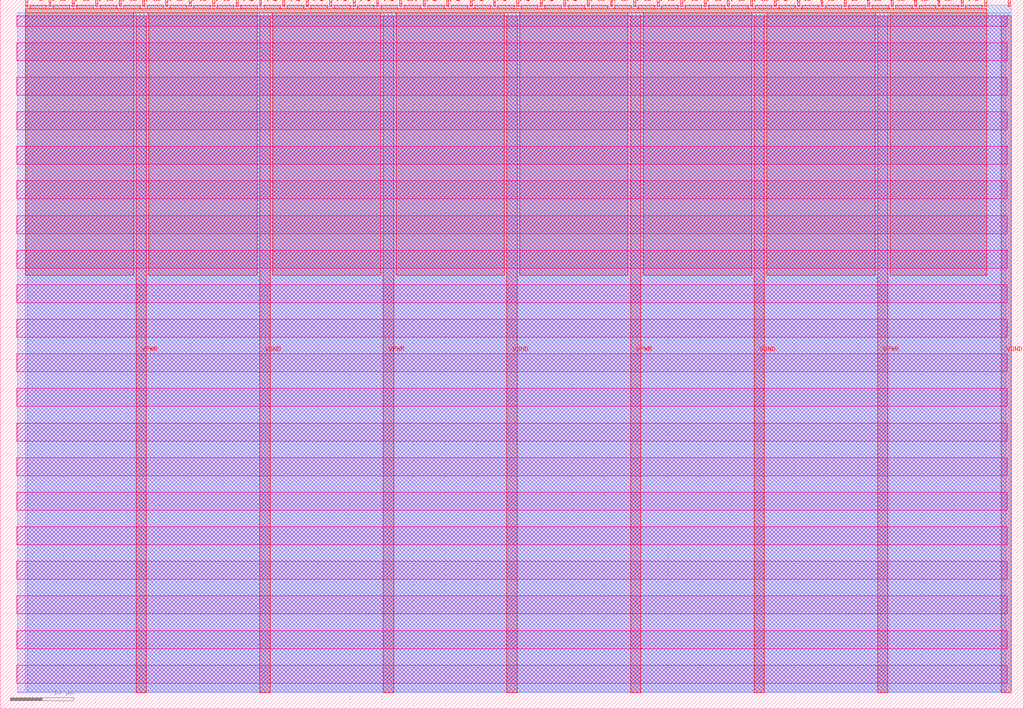
<source format=lef>
VERSION 5.7 ;
  NOWIREEXTENSIONATPIN ON ;
  DIVIDERCHAR "/" ;
  BUSBITCHARS "[]" ;
MACRO tt_um_dusterthefirst_project
  CLASS BLOCK ;
  FOREIGN tt_um_dusterthefirst_project ;
  ORIGIN 0.000 0.000 ;
  SIZE 161.000 BY 111.520 ;
  PIN VGND
    DIRECTION INOUT ;
    USE GROUND ;
    PORT
      LAYER met4 ;
        RECT 40.830 2.480 42.430 109.040 ;
    END
    PORT
      LAYER met4 ;
        RECT 79.700 2.480 81.300 109.040 ;
    END
    PORT
      LAYER met4 ;
        RECT 118.570 2.480 120.170 109.040 ;
    END
    PORT
      LAYER met4 ;
        RECT 157.440 2.480 159.040 109.040 ;
    END
  END VGND
  PIN VPWR
    DIRECTION INOUT ;
    USE POWER ;
    PORT
      LAYER met4 ;
        RECT 21.395 2.480 22.995 109.040 ;
    END
    PORT
      LAYER met4 ;
        RECT 60.265 2.480 61.865 109.040 ;
    END
    PORT
      LAYER met4 ;
        RECT 99.135 2.480 100.735 109.040 ;
    END
    PORT
      LAYER met4 ;
        RECT 138.005 2.480 139.605 109.040 ;
    END
  END VPWR
  PIN clk
    DIRECTION INPUT ;
    USE SIGNAL ;
    ANTENNAGATEAREA 0.852000 ;
    PORT
      LAYER met4 ;
        RECT 154.870 110.520 155.170 111.520 ;
    END
  END clk
  PIN ena
    DIRECTION INPUT ;
    USE SIGNAL ;
    PORT
      LAYER met4 ;
        RECT 158.550 110.520 158.850 111.520 ;
    END
  END ena
  PIN rst_n
    DIRECTION INPUT ;
    USE SIGNAL ;
    ANTENNAGATEAREA 0.213000 ;
    PORT
      LAYER met4 ;
        RECT 151.190 110.520 151.490 111.520 ;
    END
  END rst_n
  PIN ui_in[0]
    DIRECTION INPUT ;
    USE SIGNAL ;
    ANTENNAGATEAREA 0.196500 ;
    PORT
      LAYER met4 ;
        RECT 147.510 110.520 147.810 111.520 ;
    END
  END ui_in[0]
  PIN ui_in[1]
    DIRECTION INPUT ;
    USE SIGNAL ;
    PORT
      LAYER met4 ;
        RECT 143.830 110.520 144.130 111.520 ;
    END
  END ui_in[1]
  PIN ui_in[2]
    DIRECTION INPUT ;
    USE SIGNAL ;
    ANTENNAGATEAREA 0.213000 ;
    PORT
      LAYER met4 ;
        RECT 140.150 110.520 140.450 111.520 ;
    END
  END ui_in[2]
  PIN ui_in[3]
    DIRECTION INPUT ;
    USE SIGNAL ;
    PORT
      LAYER met4 ;
        RECT 136.470 110.520 136.770 111.520 ;
    END
  END ui_in[3]
  PIN ui_in[4]
    DIRECTION INPUT ;
    USE SIGNAL ;
    ANTENNAGATEAREA 0.196500 ;
    PORT
      LAYER met4 ;
        RECT 132.790 110.520 133.090 111.520 ;
    END
  END ui_in[4]
  PIN ui_in[5]
    DIRECTION INPUT ;
    USE SIGNAL ;
    ANTENNAGATEAREA 0.196500 ;
    PORT
      LAYER met4 ;
        RECT 129.110 110.520 129.410 111.520 ;
    END
  END ui_in[5]
  PIN ui_in[6]
    DIRECTION INPUT ;
    USE SIGNAL ;
    ANTENNAGATEAREA 0.196500 ;
    PORT
      LAYER met4 ;
        RECT 125.430 110.520 125.730 111.520 ;
    END
  END ui_in[6]
  PIN ui_in[7]
    DIRECTION INPUT ;
    USE SIGNAL ;
    ANTENNAGATEAREA 0.196500 ;
    PORT
      LAYER met4 ;
        RECT 121.750 110.520 122.050 111.520 ;
    END
  END ui_in[7]
  PIN uio_in[0]
    DIRECTION INPUT ;
    USE SIGNAL ;
    PORT
      LAYER met4 ;
        RECT 118.070 110.520 118.370 111.520 ;
    END
  END uio_in[0]
  PIN uio_in[1]
    DIRECTION INPUT ;
    USE SIGNAL ;
    PORT
      LAYER met4 ;
        RECT 114.390 110.520 114.690 111.520 ;
    END
  END uio_in[1]
  PIN uio_in[2]
    DIRECTION INPUT ;
    USE SIGNAL ;
    PORT
      LAYER met4 ;
        RECT 110.710 110.520 111.010 111.520 ;
    END
  END uio_in[2]
  PIN uio_in[3]
    DIRECTION INPUT ;
    USE SIGNAL ;
    PORT
      LAYER met4 ;
        RECT 107.030 110.520 107.330 111.520 ;
    END
  END uio_in[3]
  PIN uio_in[4]
    DIRECTION INPUT ;
    USE SIGNAL ;
    PORT
      LAYER met4 ;
        RECT 103.350 110.520 103.650 111.520 ;
    END
  END uio_in[4]
  PIN uio_in[5]
    DIRECTION INPUT ;
    USE SIGNAL ;
    PORT
      LAYER met4 ;
        RECT 99.670 110.520 99.970 111.520 ;
    END
  END uio_in[5]
  PIN uio_in[6]
    DIRECTION INPUT ;
    USE SIGNAL ;
    PORT
      LAYER met4 ;
        RECT 95.990 110.520 96.290 111.520 ;
    END
  END uio_in[6]
  PIN uio_in[7]
    DIRECTION INPUT ;
    USE SIGNAL ;
    PORT
      LAYER met4 ;
        RECT 92.310 110.520 92.610 111.520 ;
    END
  END uio_in[7]
  PIN uio_oe[0]
    DIRECTION OUTPUT TRISTATE ;
    USE SIGNAL ;
    PORT
      LAYER met4 ;
        RECT 29.750 110.520 30.050 111.520 ;
    END
  END uio_oe[0]
  PIN uio_oe[1]
    DIRECTION OUTPUT TRISTATE ;
    USE SIGNAL ;
    PORT
      LAYER met4 ;
        RECT 26.070 110.520 26.370 111.520 ;
    END
  END uio_oe[1]
  PIN uio_oe[2]
    DIRECTION OUTPUT TRISTATE ;
    USE SIGNAL ;
    PORT
      LAYER met4 ;
        RECT 22.390 110.520 22.690 111.520 ;
    END
  END uio_oe[2]
  PIN uio_oe[3]
    DIRECTION OUTPUT TRISTATE ;
    USE SIGNAL ;
    PORT
      LAYER met4 ;
        RECT 18.710 110.520 19.010 111.520 ;
    END
  END uio_oe[3]
  PIN uio_oe[4]
    DIRECTION OUTPUT TRISTATE ;
    USE SIGNAL ;
    PORT
      LAYER met4 ;
        RECT 15.030 110.520 15.330 111.520 ;
    END
  END uio_oe[4]
  PIN uio_oe[5]
    DIRECTION OUTPUT TRISTATE ;
    USE SIGNAL ;
    PORT
      LAYER met4 ;
        RECT 11.350 110.520 11.650 111.520 ;
    END
  END uio_oe[5]
  PIN uio_oe[6]
    DIRECTION OUTPUT TRISTATE ;
    USE SIGNAL ;
    PORT
      LAYER met4 ;
        RECT 7.670 110.520 7.970 111.520 ;
    END
  END uio_oe[6]
  PIN uio_oe[7]
    DIRECTION OUTPUT TRISTATE ;
    USE SIGNAL ;
    PORT
      LAYER met4 ;
        RECT 3.990 110.520 4.290 111.520 ;
    END
  END uio_oe[7]
  PIN uio_out[0]
    DIRECTION OUTPUT TRISTATE ;
    USE SIGNAL ;
    ANTENNADIFFAREA 0.445500 ;
    PORT
      LAYER met4 ;
        RECT 59.190 110.520 59.490 111.520 ;
    END
  END uio_out[0]
  PIN uio_out[1]
    DIRECTION OUTPUT TRISTATE ;
    USE SIGNAL ;
    ANTENNADIFFAREA 0.445500 ;
    PORT
      LAYER met4 ;
        RECT 55.510 110.520 55.810 111.520 ;
    END
  END uio_out[1]
  PIN uio_out[2]
    DIRECTION OUTPUT TRISTATE ;
    USE SIGNAL ;
    ANTENNADIFFAREA 0.795200 ;
    PORT
      LAYER met4 ;
        RECT 51.830 110.520 52.130 111.520 ;
    END
  END uio_out[2]
  PIN uio_out[3]
    DIRECTION OUTPUT TRISTATE ;
    USE SIGNAL ;
    ANTENNADIFFAREA 0.795200 ;
    PORT
      LAYER met4 ;
        RECT 48.150 110.520 48.450 111.520 ;
    END
  END uio_out[3]
  PIN uio_out[4]
    DIRECTION OUTPUT TRISTATE ;
    USE SIGNAL ;
    ANTENNADIFFAREA 0.795200 ;
    PORT
      LAYER met4 ;
        RECT 44.470 110.520 44.770 111.520 ;
    END
  END uio_out[4]
  PIN uio_out[5]
    DIRECTION OUTPUT TRISTATE ;
    USE SIGNAL ;
    ANTENNADIFFAREA 0.795200 ;
    PORT
      LAYER met4 ;
        RECT 40.790 110.520 41.090 111.520 ;
    END
  END uio_out[5]
  PIN uio_out[6]
    DIRECTION OUTPUT TRISTATE ;
    USE SIGNAL ;
    PORT
      LAYER met4 ;
        RECT 37.110 110.520 37.410 111.520 ;
    END
  END uio_out[6]
  PIN uio_out[7]
    DIRECTION OUTPUT TRISTATE ;
    USE SIGNAL ;
    PORT
      LAYER met4 ;
        RECT 33.430 110.520 33.730 111.520 ;
    END
  END uio_out[7]
  PIN uo_out[0]
    DIRECTION OUTPUT TRISTATE ;
    USE SIGNAL ;
    ANTENNADIFFAREA 0.891000 ;
    PORT
      LAYER met4 ;
        RECT 88.630 110.520 88.930 111.520 ;
    END
  END uo_out[0]
  PIN uo_out[1]
    DIRECTION OUTPUT TRISTATE ;
    USE SIGNAL ;
    ANTENNADIFFAREA 0.891000 ;
    PORT
      LAYER met4 ;
        RECT 84.950 110.520 85.250 111.520 ;
    END
  END uo_out[1]
  PIN uo_out[2]
    DIRECTION OUTPUT TRISTATE ;
    USE SIGNAL ;
    ANTENNADIFFAREA 0.891000 ;
    PORT
      LAYER met4 ;
        RECT 81.270 110.520 81.570 111.520 ;
    END
  END uo_out[2]
  PIN uo_out[3]
    DIRECTION OUTPUT TRISTATE ;
    USE SIGNAL ;
    ANTENNADIFFAREA 0.453750 ;
    PORT
      LAYER met4 ;
        RECT 77.590 110.520 77.890 111.520 ;
    END
  END uo_out[3]
  PIN uo_out[4]
    DIRECTION OUTPUT TRISTATE ;
    USE SIGNAL ;
    ANTENNADIFFAREA 0.891000 ;
    PORT
      LAYER met4 ;
        RECT 73.910 110.520 74.210 111.520 ;
    END
  END uo_out[4]
  PIN uo_out[5]
    DIRECTION OUTPUT TRISTATE ;
    USE SIGNAL ;
    ANTENNADIFFAREA 0.891000 ;
    PORT
      LAYER met4 ;
        RECT 70.230 110.520 70.530 111.520 ;
    END
  END uo_out[5]
  PIN uo_out[6]
    DIRECTION OUTPUT TRISTATE ;
    USE SIGNAL ;
    ANTENNADIFFAREA 0.453750 ;
    PORT
      LAYER met4 ;
        RECT 66.550 110.520 66.850 111.520 ;
    END
  END uo_out[6]
  PIN uo_out[7]
    DIRECTION OUTPUT TRISTATE ;
    USE SIGNAL ;
    ANTENNADIFFAREA 0.924000 ;
    PORT
      LAYER met4 ;
        RECT 62.870 110.520 63.170 111.520 ;
    END
  END uo_out[7]
  OBS
      LAYER nwell ;
        RECT 2.570 107.385 158.430 108.990 ;
        RECT 2.570 101.945 158.430 104.775 ;
        RECT 2.570 96.505 158.430 99.335 ;
        RECT 2.570 91.065 158.430 93.895 ;
        RECT 2.570 85.625 158.430 88.455 ;
        RECT 2.570 80.185 158.430 83.015 ;
        RECT 2.570 74.745 158.430 77.575 ;
        RECT 2.570 69.305 158.430 72.135 ;
        RECT 2.570 63.865 158.430 66.695 ;
        RECT 2.570 58.425 158.430 61.255 ;
        RECT 2.570 52.985 158.430 55.815 ;
        RECT 2.570 47.545 158.430 50.375 ;
        RECT 2.570 42.105 158.430 44.935 ;
        RECT 2.570 36.665 158.430 39.495 ;
        RECT 2.570 31.225 158.430 34.055 ;
        RECT 2.570 25.785 158.430 28.615 ;
        RECT 2.570 20.345 158.430 23.175 ;
        RECT 2.570 14.905 158.430 17.735 ;
        RECT 2.570 9.465 158.430 12.295 ;
        RECT 2.570 4.025 158.430 6.855 ;
      LAYER li1 ;
        RECT 2.760 2.635 158.240 108.885 ;
      LAYER met1 ;
        RECT 2.760 2.480 159.040 109.440 ;
      LAYER met2 ;
        RECT 4.230 2.535 159.010 110.685 ;
      LAYER met3 ;
        RECT 3.950 2.555 159.030 110.665 ;
      LAYER met4 ;
        RECT 4.690 110.120 7.270 110.665 ;
        RECT 8.370 110.120 10.950 110.665 ;
        RECT 12.050 110.120 14.630 110.665 ;
        RECT 15.730 110.120 18.310 110.665 ;
        RECT 19.410 110.120 21.990 110.665 ;
        RECT 23.090 110.120 25.670 110.665 ;
        RECT 26.770 110.120 29.350 110.665 ;
        RECT 30.450 110.120 33.030 110.665 ;
        RECT 34.130 110.120 36.710 110.665 ;
        RECT 37.810 110.120 40.390 110.665 ;
        RECT 41.490 110.120 44.070 110.665 ;
        RECT 45.170 110.120 47.750 110.665 ;
        RECT 48.850 110.120 51.430 110.665 ;
        RECT 52.530 110.120 55.110 110.665 ;
        RECT 56.210 110.120 58.790 110.665 ;
        RECT 59.890 110.120 62.470 110.665 ;
        RECT 63.570 110.120 66.150 110.665 ;
        RECT 67.250 110.120 69.830 110.665 ;
        RECT 70.930 110.120 73.510 110.665 ;
        RECT 74.610 110.120 77.190 110.665 ;
        RECT 78.290 110.120 80.870 110.665 ;
        RECT 81.970 110.120 84.550 110.665 ;
        RECT 85.650 110.120 88.230 110.665 ;
        RECT 89.330 110.120 91.910 110.665 ;
        RECT 93.010 110.120 95.590 110.665 ;
        RECT 96.690 110.120 99.270 110.665 ;
        RECT 100.370 110.120 102.950 110.665 ;
        RECT 104.050 110.120 106.630 110.665 ;
        RECT 107.730 110.120 110.310 110.665 ;
        RECT 111.410 110.120 113.990 110.665 ;
        RECT 115.090 110.120 117.670 110.665 ;
        RECT 118.770 110.120 121.350 110.665 ;
        RECT 122.450 110.120 125.030 110.665 ;
        RECT 126.130 110.120 128.710 110.665 ;
        RECT 129.810 110.120 132.390 110.665 ;
        RECT 133.490 110.120 136.070 110.665 ;
        RECT 137.170 110.120 139.750 110.665 ;
        RECT 140.850 110.120 143.430 110.665 ;
        RECT 144.530 110.120 147.110 110.665 ;
        RECT 148.210 110.120 150.790 110.665 ;
        RECT 151.890 110.120 154.470 110.665 ;
        RECT 3.975 109.440 155.185 110.120 ;
        RECT 3.975 68.175 20.995 109.440 ;
        RECT 23.395 68.175 40.430 109.440 ;
        RECT 42.830 68.175 59.865 109.440 ;
        RECT 62.265 68.175 79.300 109.440 ;
        RECT 81.700 68.175 98.735 109.440 ;
        RECT 101.135 68.175 118.170 109.440 ;
        RECT 120.570 68.175 137.605 109.440 ;
        RECT 140.005 68.175 155.185 109.440 ;
  END
END tt_um_dusterthefirst_project
END LIBRARY


</source>
